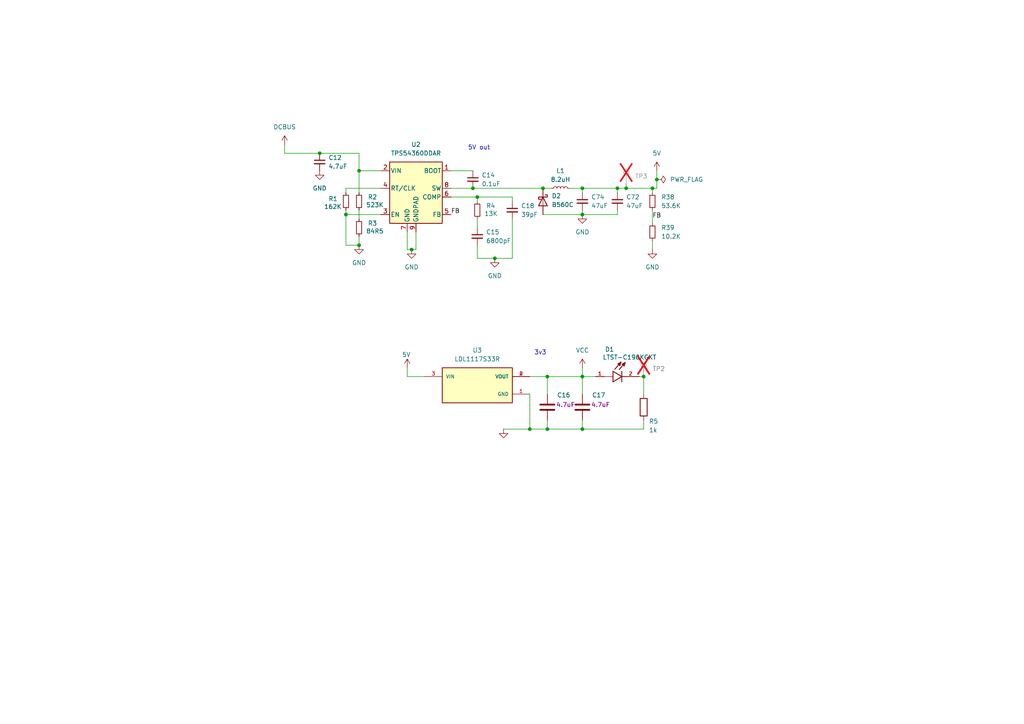
<source format=kicad_sch>
(kicad_sch (version 20231120) (generator "eeschema") (generator_version "8.0")
  (paper "A4")
  (lib_symbols
    (symbol "Connector:TestPoint" (pin_numbers hide) (pin_names (offset 0.762) hide)
      (property "Reference" "TP" (at 0 6.858 0))
      (property "Value" "TestPoint" (at 0 5.08 0))
      (symbol "TestPoint_0_1"
        (circle (center 0 3.302) (radius 0.762))
      )
      (symbol "TestPoint_1_1"
        (pin passive line (at 0 0 90) (length 2.54) (name "1") (number "1"))
      )
    )
    (symbol "Device:C" (pin_numbers hide) (pin_names (offset 0.254))
      (property "Reference" "C" (at 0.635 2.54 0))
      (property "Value" "C" (at 0.635 -2.54 0))
      (symbol "C_0_1"
        (polyline (pts (xy -2.032 -0.762) (xy 2.032 -0.762)) (stroke (width 0.508)))
        (polyline (pts (xy -2.032 0.762) (xy 2.032 0.762)) (stroke (width 0.508)))
      )
      (symbol "C_1_1"
        (pin passive line (at 0 3.81 270) (length 2.794) (name "~") (number "1"))
        (pin passive line (at 0 -3.81 90) (length 2.794) (name "~") (number "2"))
      )
    )
    (symbol "Device:C_Small" (pin_numbers hide) (pin_names (offset 0.254) hide)
      (property "Reference" "C" (at 0.254 1.778 0))
      (property "Value" "C_Small" (at 0.254 -2.032 0))
      (symbol "C_Small_0_1"
        (polyline (pts (xy -1.524 -0.508) (xy 1.524 -0.508)) (stroke (width 0.3302)))
        (polyline (pts (xy -1.524 0.508) (xy 1.524 0.508)) (stroke (width 0.3048)))
      )
      (symbol "C_Small_1_1"
        (pin passive line (at 0 2.54 270) (length 2.032) (name "~") (number "1"))
        (pin passive line (at 0 -2.54 90) (length 2.032) (name "~") (number "2"))
      )
    )
    (symbol "Device:D_Schottky" (pin_numbers hide) (pin_names (offset 1.016) hide)
      (property "Reference" "D" (at 0 2.54 0))
      (property "Value" "D_Schottky" (at 0 -2.54 0))
      (symbol "D_Schottky_0_1"
        (polyline (pts (xy 1.27 0) (xy -1.27 0)))
        (polyline (pts (xy 1.27 1.27) (xy 1.27 -1.27) (xy -1.27 0) (xy 1.27 1.27)) (stroke (width 0.254)))
        (polyline (pts (xy -1.905 0.635) (xy -1.905 1.27) (xy -1.27 1.27) (xy -1.27 -1.27) (xy -0.635 -1.27) (xy -0.635 -0.635)) (stroke (width 0.254)))
      )
      (symbol "D_Schottky_1_1"
        (pin passive line (at -3.81 0 0) (length 2.54) (name "K") (number "1"))
        (pin passive line (at 3.81 0 180) (length 2.54) (name "A") (number "2"))
      )
    )
    (symbol "Device:L_Small" (pin_numbers hide) (pin_names (offset 0.254) hide)
      (property "Reference" "L" (at 0.762 1.016 0))
      (property "Value" "L_Small" (at 0.762 -1.016 0))
      (symbol "L_Small_0_1"
        (arc (start 0 -2.032) (mid 0.5058 -1.524) (end 0 -1.016))
        (arc (start 0 -1.016) (mid 0.5058 -0.508) (end 0 0))
        (arc (start 0 0) (mid 0.5058 0.508) (end 0 1.016))
        (arc (start 0 1.016) (mid 0.5058 1.524) (end 0 2.032))
      )
      (symbol "L_Small_1_1"
        (pin passive line (at 0 2.54 270) (length 0.508) (name "~") (number "1"))
        (pin passive line (at 0 -2.54 90) (length 0.508) (name "~") (number "2"))
      )
    )
    (symbol "Device:R" (pin_numbers hide) (pin_names (offset 0))
      (property "Reference" "R" (at 2.032 0 90))
      (property "Value" "R" (at 0 0 90))
      (symbol "R_0_1"
        (rectangle (start -1.016 -2.54) (end 1.016 2.54) (stroke (width 0.254)))
      )
      (symbol "R_1_1"
        (pin passive line (at 0 3.81 270) (length 1.27) (name "~") (number "1"))
        (pin passive line (at 0 -3.81 90) (length 1.27) (name "~") (number "2"))
      )
    )
    (symbol "Device:R_Small" (pin_numbers hide) (pin_names (offset 0.254) hide)
      (property "Reference" "R" (at 0.762 0.508 0))
      (property "Value" "R_Small" (at 0.762 -1.016 0))
      (symbol "R_Small_0_1"
        (rectangle (start -0.762 1.778) (end 0.762 -1.778) (stroke (width 0.2032)))
      )
      (symbol "R_Small_1_1"
        (pin passive line (at 0 2.54 270) (length 0.762) (name "~") (number "1"))
        (pin passive line (at 0 -2.54 90) (length 0.762) (name "~") (number "2"))
      )
    )
    (symbol "LDL1117S33R:LDL1117S33R" (pin_names (offset 1.016))
      (property "Reference" "U4" (at 0 10.16 0))
      (property "Value" "LDL1117S33R" (at 0 7.62 0))
      (symbol "LDL1117S33R_0_0"
        (rectangle (start -10.16 -5.08) (end 10.16 5.08) (stroke (width 0.254)) (fill (type background)))
        (pin power_in line (at 15.24 -2.54 180) (length 5.08) (name "GND") (number "1"))
        (pin input line (at -15.24 2.54 0) (length 5.08) (name "VIN") (number "3"))
      )
      (symbol "LDL1117S33R_1_0"
        (pin power_out line (at 15.24 2.54 180) (length 5.08) (name "VOUT") (number "2"))
        (pin power_out line (at 15.24 2.54 180) (length 5.08) (name "VOUT") (number "4"))
      )
    )
    (symbol "LTST-C190KGKT:LTST-C190KGKT" (pin_names (offset 1.016))
      (property "Reference" "D3" (at -3.556 7.874 0))
      (property "Value" "LTST-C190KGKT" (at 2.286 5.588 0))
      (symbol "LTST-C190KGKT_0_0"
        (polyline (pts (xy -2.54 -1.524) (xy 0 0)) (stroke (width 0.254)))
        (polyline (pts (xy -2.54 0) (xy -5.08 0)) (stroke (width 0.1524)))
        (polyline (pts (xy -2.54 0) (xy -2.54 -1.524)) (stroke (width 0.254)))
        (polyline (pts (xy -2.54 1.524) (xy -2.54 0)) (stroke (width 0.254)))
        (polyline (pts (xy -1.1176 3.683) (xy -0.2286 4.1656)) (stroke (width 0.254)))
        (polyline (pts (xy -0.9398 3.6068) (xy -0.7112 3.7592)) (stroke (width 0.254)))
        (polyline (pts (xy -0.5588 3.2004) (xy -1.1176 3.683)) (stroke (width 0.254)))
        (polyline (pts (xy -0.5588 3.2004) (xy -0.5334 3.937)) (stroke (width 0.254)))
        (polyline (pts (xy -0.5334 3.937) (xy -0.6604 3.937)) (stroke (width 0.254)))
        (polyline (pts (xy -0.2286 4.1656) (xy -2.0066 2.1336)) (stroke (width 0.254)))
        (polyline (pts (xy -0.2286 4.1656) (xy -0.5588 3.2004)) (stroke (width 0.254)))
        (polyline (pts (xy 0 0) (xy -2.54 1.524)) (stroke (width 0.254)))
        (polyline (pts (xy 0 1.524) (xy 0 -1.524)) (stroke (width 0.254)))
        (polyline (pts (xy 0.127 3.5814) (xy 1.016 4.064)) (stroke (width 0.254)))
        (polyline (pts (xy 0.3048 3.5052) (xy 0.5334 3.6576)) (stroke (width 0.254)))
        (polyline (pts (xy 0.6858 3.0988) (xy 0.127 3.5814)) (stroke (width 0.254)))
        (polyline (pts (xy 0.6858 3.0988) (xy 0.7112 3.8354)) (stroke (width 0.254)))
        (polyline (pts (xy 0.7112 3.8354) (xy 0.5842 3.8354)) (stroke (width 0.254)))
        (polyline (pts (xy 1.016 4.064) (xy -0.762 2.032)) (stroke (width 0.254)))
        (polyline (pts (xy 1.016 4.064) (xy 0.6858 3.0988)) (stroke (width 0.254)))
      )
      (symbol "LTST-C190KGKT_1_0"
        (pin passive line (at -7.62 0 0) (length 2.54) (name "~") (number "1"))
        (pin passive line (at 5.08 0 180) (length 5.08) (name "~") (number "2"))
      )
    )
    (symbol "Regulator_Switching:TPS54360DDA" (pin_names (offset 0.254))
      (property "Reference" "U2" (at 0 12.7 0))
      (property "Value" "TPS54360DDAR" (at 0 10.16 0))
      (symbol "TPS54360DDA_0_1"
        (rectangle (start -7.62 7.62) (end 7.62 -10.16) (stroke (width 0.254)) (fill (type background)))
      )
      (symbol "TPS54360DDA_1_1"
        (pin input line (at 10.16 5.08 180) (length 2.54) (name "BOOT") (number "1"))
        (pin power_in line (at -10.16 5.08 0) (length 2.54) (name "VIN") (number "2"))
        (pin input line (at -10.16 -7.62 0) (length 2.54) (name "EN") (number "3"))
        (pin input line (at -10.16 0 0) (length 2.54) (name "RT/CLK") (number "4"))
        (pin input line (at 10.16 -7.62 180) (length 2.54) (name "FB") (number "5"))
        (pin passive line (at 10.16 -2.54 180) (length 2.54) (name "COMP") (number "6"))
        (pin power_in line (at -2.54 -12.7 90) (length 2.54) (name "GND") (number "7"))
        (pin power_out line (at 10.16 0 180) (length 2.54) (name "SW") (number "8"))
        (pin power_in line (at 0 -12.7 90) (length 2.54) (name "GNDPAD") (number "9"))
      )
    )
    (symbol "power:+48V" (power) (pin_numbers hide) (pin_names (offset 0) hide)
      (property "Value" "+48V" (at 0 3.556 0))
      (symbol "+48V_0_1"
        (polyline (pts (xy -0.762 1.27) (xy 0 2.54)))
        (polyline (pts (xy 0 0) (xy 0 2.54)))
        (polyline (pts (xy 0 2.54) (xy 0.762 1.27)))
      )
      (symbol "+48V_1_1"
        (pin power_in line (at 0 0 90) (length 0) (name "~") (number "1"))
      )
    )
    (symbol "power:+5V" (power) (pin_numbers hide) (pin_names (offset 0) hide)
      (property "Value" "+5V" (at 0 3.556 0))
      (symbol "+5V_0_1"
        (polyline (pts (xy -0.762 1.27) (xy 0 2.54)))
        (polyline (pts (xy 0 0) (xy 0 2.54)))
        (polyline (pts (xy 0 2.54) (xy 0.762 1.27)))
      )
      (symbol "+5V_1_1"
        (pin power_in line (at 0 0 90) (length 0) (name "~") (number "1"))
      )
    )
    (symbol "power:GND" (power) (pin_numbers hide) (pin_names (offset 0) hide)
      (property "Value" "GND" (at 0 -3.81 0))
      (symbol "GND_0_1"
        (polyline (pts (xy 0 0) (xy 0 -1.27) (xy 1.27 -1.27) (xy 0 -2.54) (xy -1.27 -1.27) (xy 0 -1.27)))
      )
      (symbol "GND_1_1"
        (pin power_in line (at 0 0 270) (length 0) (name "~") (number "1"))
      )
    )
    (symbol "power:PWR_FLAG" (power) (pin_numbers hide) (pin_names (offset 0) hide)
      (property "Value" "PWR_FLAG" (at 0 3.81 0))
      (symbol "PWR_FLAG_0_0"
        (pin power_out line (at 0 0 90) (length 0) (name "~") (number "1"))
      )
      (symbol "PWR_FLAG_0_1"
        (polyline (pts (xy 0 0) (xy 0 1.27) (xy -1.016 1.905) (xy 0 2.54) (xy 1.016 1.905) (xy 0 1.27)))
      )
    )
    (symbol "power:VCC" (power) (pin_numbers hide) (pin_names (offset 0) hide)
      (property "Value" "VCC" (at 0 3.556 0))
      (symbol "VCC_0_1"
        (polyline (pts (xy -0.762 1.27) (xy 0 2.54)))
        (polyline (pts (xy 0 0) (xy 0 2.54)))
        (polyline (pts (xy 0 2.54) (xy 0.762 1.27)))
      )
      (symbol "VCC_1_1"
        (pin power_in line (at 0 0 90) (length 0) (name "~") (number "1"))
      )
    )
  )
  (junction (at 104.14 71.12))
  (junction (at 190.5 52.07))
  (junction (at 100.33 62.23))
  (junction (at 186.69 109.22))
  (junction (at 168.91 54.61))
  (junction (at 158.75 109.22))
  (junction (at 157.48 54.61))
  (junction (at 168.91 124.46))
  (junction (at 137.16 54.61))
  (junction (at 143.51 74.93))
  (junction (at 189.23 54.61))
  (junction (at 168.91 109.22))
  (junction (at 181.61 54.61))
  (junction (at 168.91 62.23))
  (junction (at 92.71 44.45))
  (junction (at 158.75 124.46))
  (junction (at 153.67 124.46))
  (junction (at 138.43 57.15))
  (junction (at 104.14 49.53))
  (junction (at 179.07 54.61))
  (junction (at 119.38 72.39))
  (wire (pts (xy 100.33 60.96) (xy 100.33 62.23)))
  (wire (pts (xy 104.14 71.12) (xy 104.14 68.58)))
  (wire (pts (xy 189.23 60.96) (xy 189.23 64.77)))
  (wire (pts (xy 189.23 54.61) (xy 189.23 55.88)))
  (wire (pts (xy 157.48 54.61) (xy 160.02 54.61)))
  (wire (pts (xy 138.43 74.93) (xy 138.43 71.12)))
  (wire (pts (xy 100.33 71.12) (xy 104.14 71.12)))
  (wire (pts (xy 100.33 62.23) (xy 110.49 62.23)))
  (wire (pts (xy 157.48 62.23) (xy 168.91 62.23)))
  (wire (pts (xy 153.67 114.3) (xy 153.67 124.46)))
  (wire (pts (xy 186.69 109.22) (xy 186.69 114.3)))
  (wire (pts (xy 137.16 54.61) (xy 157.48 54.61)))
  (wire (pts (xy 168.91 124.46) (xy 168.91 121.92)))
  (wire (pts (xy 179.07 62.23) (xy 179.07 60.96)))
  (wire (pts (xy 148.59 74.93) (xy 143.51 74.93)))
  (wire (pts (xy 158.75 124.46) (xy 168.91 124.46)))
  (wire (pts (xy 148.59 57.15) (xy 148.59 58.42)))
  (wire (pts (xy 190.5 54.61) (xy 189.23 54.61)))
  (wire (pts (xy 104.14 49.53) (xy 110.49 49.53)))
  (wire (pts (xy 92.71 44.45) (xy 104.14 44.45)))
  (wire (pts (xy 100.33 62.23) (xy 100.33 71.12)))
  (wire (pts (xy 168.91 54.61) (xy 168.91 55.88)))
  (wire (pts (xy 118.11 72.39) (xy 119.38 72.39)))
  (wire (pts (xy 168.91 62.23) (xy 179.07 62.23)))
  (wire (pts (xy 104.14 55.88) (xy 104.14 49.53)))
  (wire (pts (xy 190.5 52.07) (xy 190.5 54.61)))
  (wire (pts (xy 168.91 114.3) (xy 168.91 109.22)))
  (wire (pts (xy 130.81 57.15) (xy 138.43 57.15)))
  (wire (pts (xy 130.81 54.61) (xy 137.16 54.61)))
  (wire (pts (xy 189.23 69.85) (xy 189.23 72.39)))
  (wire (pts (xy 168.91 109.22) (xy 168.91 106.68)))
  (wire (pts (xy 123.19 109.22) (xy 118.11 109.22)))
  (wire (pts (xy 168.91 109.22) (xy 172.72 109.22)))
  (wire (pts (xy 158.75 121.92) (xy 158.75 124.46)))
  (wire (pts (xy 138.43 57.15) (xy 148.59 57.15)))
  (wire (pts (xy 146.05 124.46) (xy 153.67 124.46)))
  (wire (pts (xy 181.61 54.61) (xy 189.23 54.61)))
  (wire (pts (xy 179.07 54.61) (xy 179.07 55.88)))
  (wire (pts (xy 100.33 54.61) (xy 100.33 55.88)))
  (wire (pts (xy 82.55 41.91) (xy 82.55 44.45)))
  (wire (pts (xy 158.75 109.22) (xy 168.91 109.22)))
  (wire (pts (xy 148.59 63.5) (xy 148.59 74.93)))
  (wire (pts (xy 120.65 72.39) (xy 119.38 72.39)))
  (wire (pts (xy 130.81 49.53) (xy 137.16 49.53)))
  (wire (pts (xy 181.61 53.34) (xy 181.61 54.61)))
  (wire (pts (xy 179.07 54.61) (xy 181.61 54.61)))
  (wire (pts (xy 186.69 121.92) (xy 186.69 124.46)))
  (wire (pts (xy 120.65 67.31) (xy 120.65 72.39)))
  (wire (pts (xy 190.5 49.53) (xy 190.5 52.07)))
  (wire (pts (xy 143.51 74.93) (xy 138.43 74.93)))
  (wire (pts (xy 104.14 44.45) (xy 104.14 49.53)))
  (wire (pts (xy 168.91 60.96) (xy 168.91 62.23)))
  (wire (pts (xy 100.33 54.61) (xy 110.49 54.61)))
  (wire (pts (xy 118.11 109.22) (xy 118.11 106.68)))
  (wire (pts (xy 158.75 109.22) (xy 158.75 114.3)))
  (wire (pts (xy 138.43 57.15) (xy 138.43 58.42)))
  (wire (pts (xy 165.1 54.61) (xy 168.91 54.61)))
  (wire (pts (xy 104.14 60.96) (xy 104.14 63.5)))
  (wire (pts (xy 82.55 44.45) (xy 92.71 44.45)))
  (wire (pts (xy 118.11 67.31) (xy 118.11 72.39)))
  (wire (pts (xy 168.91 54.61) (xy 179.07 54.61)))
  (wire (pts (xy 138.43 63.5) (xy 138.43 66.04)))
  (wire (pts (xy 153.67 109.22) (xy 158.75 109.22)))
  (wire (pts (xy 186.69 124.46) (xy 168.91 124.46)))
  (wire (pts (xy 153.67 124.46) (xy 158.75 124.46)))
  (wire (pts (xy 185.42 109.22) (xy 186.69 109.22)))
  (text "3v3" (at 156.718 102.362 0) (effects (font (size 1.27 1.27))))
  (text "5V out" (at 138.938 42.926 0) (effects (font (size 1.27 1.27))))
  (label "FB" (at 130.81 62.23 0))
  (label "FB" (at 189.23 63.5 0))
  (symbol (lib_id "power:VCC") (at 168.91 106.68 0) (unit 1)
    (property "Reference" "#PWR015" (effects (hide yes)))
    (property "Value" "VCC" (at 168.91 101.6 0))
    (property "Description" "Power symbol creates a global label with name \"VCC\"" (effects (hide yes)))
  )
  (symbol (lib_id "power:+5V") (at 118.11 106.68 0) (unit 1)
    (property "Reference" "#PWR011" (effects (hide yes)))
    (property "Value" "5V" (at 117.856 102.87 0))
  )
  (symbol (lib_id "power:GND") (at 189.23 72.39 0) (unit 1)
    (property "Reference" "#PWR010" (effects (hide yes)))
    (property "Value" "GND" (at 189.23 77.47 0))
    (property "Description" "Power symbol creates a global label with name \"GND\" , ground" (effects (hide yes)))
  )
  (symbol (lib_id "power:+5V") (at 190.5 49.53 0) (unit 1)
    (property "Reference" "#PWR012" (effects (hide yes)))
    (property "Value" "5V" (at 190.5 44.45 0))
    (property "Description" "Power symbol creates a global label with name \"+5V\"" (effects (hide yes)))
  )
  (symbol (lib_id "LTST-C190KGKT:LTST-C190KGKT") (at 180.34 109.22 0) (unit 1)
    (property "Reference" "D1" (at 176.784 101.346 0))
    (property "Value" "LTST-C190KGKT" (at 182.626 103.632 0))
    (property "Footprint" "Diode_SMD:D_0603_1608Metric" (effects (hide yes)))
    (property "MF" "Lite-On Inc." (effects (hide yes)))
    (property "Description_1" "\nGreen 571nm LED Indication - Discrete 2V 0603 (1608 Metric)\n" (effects (hide yes)))
    (property "Package" "0603 Lite-On" (effects (hide yes)))
    (property "Price" "None" (effects (hide yes)))
    (property "SnapEDA_Link" "https://www.snapeda.com/parts/LTST-C190KGKT/Lite-On+Inc./view-part/?ref=snap" (effects (hide yes)))
    (property "MP" "LTST-C190KGKT" (effects (hide yes)))
    (property "Availability" "In Stock" (effects (hide yes)))
    (property "Check_prices" "https://www.snapeda.com/parts/LTST-C190KGKT/Lite-On+Inc./view-part/?ref=eda" (effects (hide yes)))
    (property "LCSC Part #" "C125094" (effects (hide yes)))
  )
  (symbol (lib_id "Device:R_Small") (at 104.14 66.04 0) (unit 1)
    (property "Reference" "R3" (at 106.68 64.77 0) (effects (justify left)))
    (property "Value" "84R5" (at 106.172 67.056 0) (effects (justify left)))
    (property "Footprint" "Resistor_SMD:R_0603_1608Metric" (effects (hide yes)))
    (property "Description" "Resistor, small symbol" (effects (hide yes)))
    (property "LCSC Part #" " C334834" (effects (hide yes)))
  )
  (symbol (lib_id "Connector:TestPoint") (at 186.69 109.22 0) (unit 1) (dnp yes)
    (property "Reference" "TP2" (at 189.23 107.696 0) (effects (justify left bottom)))
    (property "Value" "TESTPOINT" (effects (hide yes)))
    (property "Footprint" "TestPoint:TestPoint_Pad_1.0x1.0mm" (effects (hide yes)))
    (property "Description" "SMD test pin" (effects (hide yes)))
  )
  (symbol (lib_id "Regulator_Switching:TPS54360DDA") (at 120.65 54.61 0) (unit 1)
    (property "Reference" "U2" (at 120.65 41.91 0))
    (property "Value" "TPS54360DDAR" (at 120.65 44.45 0))
    (property "Footprint" "Package_SO:TI_SO-PowerPAD-8_ThermalVias" (effects (hide yes)))
    (property "Datasheet" "http://www.ti.com/lit/ds/symlink/tps54360.pdf" (effects (hide yes)))
    (property "Description" "3.5A, Step Down DC-DC Converter with Eco-mode, 4.5-60V Input Voltage, PowerSO-8" (effects (hide yes)))
    (property "LCSC Part #" "C524806" (effects (hide yes)))
    (property "LCSC Part #" "C524806" (effects (hide yes)))
  )
  (symbol (lib_id "Device:C_Small") (at 137.16 52.07 0) (unit 1)
    (property "Reference" "C14" (at 139.7 50.8062 0) (effects (justify left)))
    (property "Value" "0.1uF" (at 139.7 53.3462 0) (effects (justify left)))
    (property "Footprint" "Capacitor_SMD:C_0402_1005Metric" (effects (hide yes)))
    (property "Description" "Unpolarized capacitor, small symbol" (effects (hide yes)))
    (property "LCSC Part #" " C105883" (effects (hide yes)))
  )
  (symbol (lib_id "Device:C") (at 158.75 118.11 0) (unit 1)
    (property "Reference" "C16" (at 161.544 115.316 0) (effects (justify left bottom)))
    (property "Value" "4.7uF" (effects (hide yes)))
    (property "Footprint" "Capacitor_SMD:C_0805_2012Metric" (effects (hide yes)))
    (property "Description" "CAP CER 4.7UF 35V X5R 0805" (effects (hide yes)))
    (property "SUPPLIER 1" "Digi-Key" (effects (hide yes)))
    (property "SUPPLIER PART NUMBER 1" "490-7208-2-ND" (effects (hide yes)))
    (property "MANUFACTURER" "Murata Electronics North America" (effects (hide yes)))
    (property "ROHS" "RoHS Compliant" (effects (hide yes)))
    (property "CATEGORY" "Capacitors" (effects (hide yes)))
    (property "PRICING 1" "4000=0.05126, 8000=0.0487, 12000=0.04613 (USD)" (effects (hide yes)))
    (property "PACKAGING" "Tape & Reel (TR)" (effects (hide yes)))
    (property "PART STATUS" "Active" (effects (hide yes)))
    (property "TOLERANCE" "±10%" (effects (hide yes)))
    (property "VOLTAGE - RATED" "35V" (effects (hide yes)))
    (property "TEMPERATURE COEFFICIENT" "X5R" (effects (hide yes)))
    (property "OPERATING TEMPERATURE" "-55°C ~ 85°C" (effects (hide yes)))
    (property "FEATURES" "Derating Recommended" (effects (hide yes)))
    (property "RATINGS" "-" (effects (hide yes)))
    (property "APPLICATIONS" "General Purpose" (effects (hide yes)))
    (property "MOUNTING TYPE" "Surface Mount, MLCC" (effects (hide yes)))
    (property "PACKAGE / CASE" "0805 (2012 Metric)" (effects (hide yes)))
    (property "SIZE / DIMENSION" "0.079\" L x 0.049\" W (2.01mm x 1.25mm)" (effects (hide yes)))
    (property "HEIGHT - SEATED (MAX)" "-" (effects (hide yes)))
    (property "THICKNESS (MAX)" "0.037\" (0.95mm)" (effects (hide yes)))
    (property "LEAD SPACING" "-" (effects (hide yes)))
    (property "LEAD STYLE" "-" (effects (hide yes)))
    (property "COMPONENTLINK1URL" "http://www.murata.com/~/media/webrenewal/support/library/catalog/products/capacitor/mlcc/c02e.ashx?la=en-us" (effects (hide yes)))
    (property "COMPONENTLINK1DESCRIPTION" "http://www.murata.com/~/media/webrenewal/support/library/catalog/products/capacitor/mlcc/c02e.ashx?la=en-us" (effects (hide yes)))
    (property "SUPPLIER 2" "Digi-Key" (effects (hide yes)))
    (property "SUPPLIER PART NUMBER 2" "490-7208-1-ND" (effects (hide yes)))
    (property "PRICING 2" "1=0.26, 10=0.177, 100=0.1002, 500=0.07076, 1000=0.06191 (USD)" (effects (hide yes)))
    (property "ALTIUM_VALUE" "4.7uF" (at 161.29 118.11 0) (effects (justify left bottom)))
    (property "STOCK" "152000" (effects (hide yes)))
    (property "MANUFACTURER PART NUMBER" "GRM219R6YA475KA73D" (effects (hide yes)))
    (property "LCSC Part #" "C913498" (effects (hide yes)))
    (property "LCSC Part #" "C913498" (effects (hide yes)))
  )
  (symbol (lib_id "power:PWR_FLAG") (at 190.5 52.07 270) (unit 1)
    (property "Reference" "#FLG04" (effects (hide yes)))
    (property "Value" "PWR_FLAG" (at 194.31 52.0699 90) (effects (justify left)))
    (property "Description" "Special symbol for telling ERC where power comes from" (effects (hide yes)))
  )
  (symbol (lib_id "Device:C_Small") (at 138.43 68.58 0) (unit 1)
    (property "Reference" "C15" (at 140.97 67.3162 0) (effects (justify left)))
    (property "Value" "6800pF" (at 140.97 69.8562 0) (effects (justify left)))
    (property "Footprint" "Capacitor_SMD:C_0402_1005Metric" (effects (hide yes)))
    (property "Description" "Unpolarized capacitor, small symbol" (effects (hide yes)))
    (property "LCSC Part #" "C93654" (effects (hide yes)))
  )
  (symbol (lib_id "Device:C_Small") (at 179.07 58.42 0) (unit 1)
    (property "Reference" "C72" (at 181.61 57.1562 0) (effects (justify left)))
    (property "Value" "47uF" (at 181.61 59.6962 0) (effects (justify left)))
    (property "Footprint" "Capacitor_SMD:C_0805_2012Metric" (effects (hide yes)))
    (property "Description" "Unpolarized capacitor, small symbol" (effects (hide yes)))
    (property "LCSC Part #" "C178332" (effects (hide yes)))
  )
  (symbol (lib_id "Device:C_Small") (at 148.59 60.96 0) (unit 1)
    (property "Reference" "C18" (at 151.13 59.6962 0) (effects (justify left)))
    (property "Value" "39pF" (at 151.13 62.2362 0) (effects (justify left)))
    (property "Footprint" "Capacitor_SMD:C_0402_1005Metric" (effects (hide yes)))
    (property "Description" "Unpolarized capacitor, small symbol" (effects (hide yes)))
    (property "LCSC Part #" "C147447" (effects (hide yes)))
  )
  (symbol (lib_id "power:+48V") (at 82.55 41.91 0) (unit 1)
    (property "Reference" "#PWR03" (effects (hide yes)))
    (property "Value" "DCBUS" (at 82.55 36.83 0))
    (property "Description" "Power symbol creates a global label with name \"+48V\"" (effects (hide yes)))
  )
  (symbol (lib_id "Device:R_Small") (at 104.14 58.42 0) (unit 1)
    (property "Reference" "R2" (at 106.68 57.15 0) (effects (justify left)))
    (property "Value" "523K" (at 106.172 59.436 0) (effects (justify left)))
    (property "Footprint" "Resistor_SMD:R_0402_1005Metric" (effects (hide yes)))
    (property "Description" "Resistor, small symbol" (effects (hide yes)))
    (property "LCSC Part #" " C327338" (effects (hide yes)))
  )
  (symbol (lib_id "power:GND") (at 119.38 72.39 0) (unit 1)
    (property "Reference" "#PWR07" (effects (hide yes)))
    (property "Value" "GND" (at 119.38 77.47 0))
    (property "Description" "Power symbol creates a global label with name \"GND\" , ground" (effects (hide yes)))
  )
  (symbol (lib_id "power:GND") (at 92.71 49.53 0) (unit 1)
    (property "Reference" "#PWR04" (effects (hide yes)))
    (property "Value" "GND" (at 92.71 54.61 0))
    (property "Description" "Power symbol creates a global label with name \"GND\" , ground" (effects (hide yes)))
  )
  (symbol (lib_id "Device:C_Small") (at 92.71 46.99 0) (unit 1)
    (property "Reference" "C12" (at 95.25 45.7262 0) (effects (justify left)))
    (property "Value" "4.7uF" (at 95.25 48.2662 0) (effects (justify left)))
    (property "Footprint" "Capacitor_SMD:C_1210_3225Metric" (effects (hide yes)))
    (property "Description" "Unpolarized capacitor, small symbol" (effects (hide yes)))
    (property "LCSC Part #" "C6120033" (effects (hide yes)))
  )
  (symbol (lib_id "Device:D_Schottky") (at 157.48 58.42 270) (unit 1)
    (property "Reference" "D2" (at 160.02 56.8324 90) (effects (justify left)))
    (property "Value" "B560C" (at 160.02 59.3724 90) (effects (justify left)))
    (property "Footprint" "Diode_SMD:D_SMC" (effects (hide yes)))
    (property "Description" "Schottky diode" (effects (hide yes)))
    (property "LCSC Part #" "C85100" (effects (hide yes)))
  )
  (symbol (lib_id "Device:R_Small") (at 189.23 67.31 0) (unit 1)
    (property "Reference" "R39" (at 191.77 66.0399 0) (effects (justify left)))
    (property "Value" "10.2K" (at 191.77 68.5799 0) (effects (justify left)))
    (property "Footprint" "Resistor_SMD:R_0402_1005Metric" (effects (hide yes)))
    (property "Description" "Resistor, small symbol" (effects (hide yes)))
    (property "LCSC Part #" "C321256" (effects (hide yes)))
  )
  (symbol (lib_id "power:GND") (at 168.91 62.23 0) (unit 1)
    (property "Reference" "#PWR09" (effects (hide yes)))
    (property "Value" "GND" (at 168.91 67.31 0))
    (property "Description" "Power symbol creates a global label with name \"GND\" , ground" (effects (hide yes)))
  )
  (symbol (lib_id "Device:L_Small") (at 162.56 54.61 90) (unit 1)
    (property "Reference" "L1" (at 162.56 49.53 90))
    (property "Value" "8.2uH" (at 162.56 52.07 90))
    (property "Footprint" "Inductor_SMD:L_Sunlord_MWSA0603S" (effects (hide yes)))
    (property "Description" "Inductor, small symbol" (effects (hide yes)))
    (property "LCSC Part #" "C408450" (effects (hide yes)))
  )
  (symbol (lib_id "LDL1117S33R:LDL1117S33R") (at 138.43 111.76 0) (unit 1)
    (property "Reference" "U3" (at 138.43 101.6 0))
    (property "Value" "LDL1117S33R" (at 138.43 104.14 0))
    (property "Footprint" "Package_TO_SOT_SMD:SOT-223" (effects (hide yes)))
    (property "MF" "STMicroelectronics" (effects (hide yes)))
    (property "MAXIMUM_PACKAGE_HEIGHT" "1.8 mm" (effects (hide yes)))
    (property "Package" "SOT-223 STMicroelectronics" (effects (hide yes)))
    (property "Price" "None" (effects (hide yes)))
    (property "Check_prices" "https://www.snapeda.com/parts/LDL1117S33R/STMicroelectronics/view-part/?ref=eda" (effects (hide yes)))
    (property "STANDARD" "IPC 7351B" (effects (hide yes)))
    (property "PARTREV" "7" (effects (hide yes)))
    (property "SnapEDA_Link" "https://www.snapeda.com/parts/LDL1117S33R/STMicroelectronics/view-part/?ref=snap" (effects (hide yes)))
    (property "MP" "LDL1117S33R" (effects (hide yes)))
    (property "Description_1" "\nLinear Voltage Regulator IC Positive Fixed 1 Output 1.2A SOT-223\n" (effects (hide yes)))
    (property "SNAPEDA_PN" "LDL1117S33R" (effects (hide yes)))
    (property "Availability" "In Stock" (effects (hide yes)))
    (property "MANUFACTURER" "STMicroelectronics" (effects (hide yes)))
    (property "LCSC Part #" "C435835" (effects (hide yes)))
    (property "LCSC Part #" "C435835" (effects (hide yes)))
  )
  (symbol (lib_id "Device:R") (at 186.69 118.11 0) (unit 1)
    (property "Reference" "R5" (at 188.214 122.936 0) (effects (justify left bottom)))
    (property "Value" "1k" (at 188.214 125.476 0) (effects (justify left bottom)))
    (property "Footprint" "Resistor_SMD:R_0603_1608Metric" (effects (hide yes)))
    (property "Description" "RES SMD 1K OHM 1% 1/10W 0603" (effects (hide yes)))
    (property "SUPPLIER 1" "Digi-Key" (effects (hide yes)))
    (property "SUPPLIER PART NUMBER 1" "311-1.00KHRCT-ND" (effects (hide yes)))
    (property "MANUFACTURER" "Yageo" (effects (hide yes)))
    (property "ROHS" "RoHS Compliant" (effects (hide yes)))
    (property "CATEGORY" "Resistors" (effects (hide yes)))
    (property "STOCK 1" "6734836" (effects (hide yes)))
    (property "PRICING 1" "1=0.1, 10=0.014, 25=0.01, 100=0.0057, 250=0.00436, 500=0.00348, 1000=0.00257, 2500=0.00223 (USD)" (effects (hide yes)))
    (property "PACKAGING" "Cut Tape (CT)" (effects (hide yes)))
    (property "TOLERANCE" "±1%" (effects (hide yes)))
    (property "POWER (WATTS)" "0.1W, 1/10W" (effects (hide yes)))
    (property "COMPOSITION" "Thick Film" (effects (hide yes)))
    (property "FEATURES" "Moisture Resistant" (effects (hide yes)))
    (property "TEMPERATURE COEFFICIENT" "±100ppm/°C" (effects (hide yes)))
    (property "OPERATING TEMPERATURE" "-55°C ~ 155°C" (effects (hide yes)))
    (property "PACKAGE / CASE" "0603 (1608 Metric)" (effects (hide yes)))
    (property "SUPPLIER DEVICE PACKAGE" "0603" (effects (hide yes)))
    (property "SIZE / DIMENSION" "0.063\" L x 0.031\" W (1.60mm x 0.80mm)" (effects (hide yes)))
    (property "HEIGHT" "0.022\" (0.55mm)" (effects (hide yes)))
    (property "NUMBER OF TERMINATIONS" "2" (effects (hide yes)))
    (property "COMPONENTLINK1URL" "http://www.yageo.com/documents/recent/PYu-RC_Group_51_RoHS_L_04.pdf" (effects (hide yes)))
    (property "COMPONENTLINK1DESCRIPTION" "http://www.yageo.com/documents/recent/PYu-RC_Group_51_RoHS_L_04.pdf" (effects (hide yes)))
    (property "MANUFACTURER PART NUMBER" "RC0603FR-071KL" (effects (hide yes)))
    (property "RESISTANCE (OHMS)" "1k" (effects (hide yes)))
    (property "LCSC Part #" "C22548" (effects (hide yes)))
    (property "LCSC Part #" "C22548" (effects (hide yes)))
  )
  (symbol (lib_id "power:GND") (at 143.51 74.93 0) (unit 1)
    (property "Reference" "#PWR08" (effects (hide yes)))
    (property "Value" "GND" (at 143.51 80.01 0))
    (property "Description" "Power symbol creates a global label with name \"GND\" , ground" (effects (hide yes)))
  )
  (symbol (lib_id "Connector:TestPoint") (at 181.61 53.34 0) (unit 1) (dnp yes)
    (property "Reference" "TP3" (at 184.15 51.816 0) (effects (justify left bottom)))
    (property "Value" "TESTPOINT" (effects (hide yes)))
    (property "Footprint" "TestPoint:TestPoint_Pad_1.0x1.0mm" (effects (hide yes)))
    (property "Description" "SMD test pin" (effects (hide yes)))
  )
  (symbol (lib_id "Device:R_Small") (at 138.43 60.96 0) (unit 1)
    (property "Reference" "R4" (at 140.97 59.69 0) (effects (justify left)))
    (property "Value" "13K" (at 140.462 61.976 0) (effects (justify left)))
    (property "Footprint" "Resistor_SMD:R_0402_1005Metric" (effects (hide yes)))
    (property "Description" "Resistor, small symbol" (effects (hide yes)))
    (property "LCSC Part #" "C310197" (effects (hide yes)))
  )
  (symbol (lib_id "Device:R_Small") (at 100.33 58.42 0) (unit 1)
    (property "Reference" "R1" (at 95.25 57.658 0) (effects (justify left)))
    (property "Value" "162K" (at 93.98 59.944 0) (effects (justify left)))
    (property "Footprint" "Resistor_SMD:R_0603_1608Metric" (effects (hide yes)))
    (property "Description" "Resistor, small symbol" (effects (hide yes)))
    (property "LCSC Part #" " C227450" (effects (hide yes)))
  )
  (symbol (lib_id "power:GND") (at 146.05 124.46 0) (unit 1)
    (property "Reference" "#PWR014" (effects (hide yes)))
    (property "Value" "GND" (effects (hide yes)))
  )
  (symbol (lib_id "power:GND") (at 104.14 71.12 0) (unit 1)
    (property "Reference" "#PWR06" (effects (hide yes)))
    (property "Value" "GND" (at 104.14 76.2 0))
    (property "Description" "Power symbol creates a global label with name \"GND\" , ground" (effects (hide yes)))
  )
  (symbol (lib_id "Device:C_Small") (at 168.91 58.42 0) (unit 1)
    (property "Reference" "C74" (at 171.45 57.1562 0) (effects (justify left)))
    (property "Value" "47uF" (at 171.45 59.6962 0) (effects (justify left)))
    (property "Footprint" "Capacitor_SMD:C_0805_2012Metric" (effects (hide yes)))
    (property "Description" "Unpolarized capacitor, small symbol" (effects (hide yes)))
    (property "LCSC Part #" "C178332" (effects (hide yes)))
  )
  (symbol (lib_id "Device:R_Small") (at 189.23 58.42 0) (unit 1)
    (property "Reference" "R38" (at 191.77 57.1499 0) (effects (justify left)))
    (property "Value" "53.6K" (at 191.77 59.6899 0) (effects (justify left)))
    (property "Footprint" "Resistor_SMD:R_0603_1608Metric" (effects (hide yes)))
    (property "Description" "Resistor, small symbol" (effects (hide yes)))
    (property "LCSC Part #" "C177851" (effects (hide yes)))
  )
  (symbol (lib_id "Device:C") (at 168.91 118.11 0) (unit 1)
    (property "Reference" "C17" (at 171.704 115.316 0) (effects (justify left bottom)))
    (property "Value" "4.7uF" (effects (hide yes)))
    (property "Footprint" "Capacitor_SMD:C_0805_2012Metric" (effects (hide yes)))
    (property "Description" "CAP CER 4.7UF 35V X5R 0805" (effects (hide yes)))
    (property "SUPPLIER 1" "Digi-Key" (effects (hide yes)))
    (property "SUPPLIER PART NUMBER 1" "490-7208-2-ND" (effects (hide yes)))
    (property "MANUFACTURER" "Murata Electronics North America" (effects (hide yes)))
    (property "ROHS" "RoHS Compliant" (effects (hide yes)))
    (property "CATEGORY" "Capacitors" (effects (hide yes)))
    (property "PRICING 1" "4000=0.05126, 8000=0.0487, 12000=0.04613 (USD)" (effects (hide yes)))
    (property "PACKAGING" "Tape & Reel (TR)" (effects (hide yes)))
    (property "PART STATUS" "Active" (effects (hide yes)))
    (property "TOLERANCE" "±10%" (effects (hide yes)))
    (property "VOLTAGE - RATED" "35V" (effects (hide yes)))
    (property "TEMPERATURE COEFFICIENT" "X5R" (effects (hide yes)))
    (property "OPERATING TEMPERATURE" "-55°C ~ 85°C" (effects (hide yes)))
    (property "FEATURES" "Derating Recommended" (effects (hide yes)))
    (property "RATINGS" "-" (effects (hide yes)))
    (property "APPLICATIONS" "General Purpose" (effects (hide yes)))
    (property "MOUNTING TYPE" "Surface Mount, MLCC" (effects (hide yes)))
    (property "PACKAGE / CASE" "0805 (2012 Metric)" (effects (hide yes)))
    (property "SIZE / DIMENSION" "0.079\" L x 0.049\" W (2.01mm x 1.25mm)" (effects (hide yes)))
    (property "HEIGHT - SEATED (MAX)" "-" (effects (hide yes)))
    (property "THICKNESS (MAX)" "0.037\" (0.95mm)" (effects (hide yes)))
    (property "LEAD SPACING" "-" (effects (hide yes)))
    (property "LEAD STYLE" "-" (effects (hide yes)))
    (property "COMPONENTLINK1URL" "http://www.murata.com/~/media/webrenewal/support/library/catalog/products/capacitor/mlcc/c02e.ashx?la=en-us" (effects (hide yes)))
    (property "COMPONENTLINK1DESCRIPTION" "http://www.murata.com/~/media/webrenewal/support/library/catalog/products/capacitor/mlcc/c02e.ashx?la=en-us" (effects (hide yes)))
    (property "SUPPLIER 2" "Digi-Key" (effects (hide yes)))
    (property "SUPPLIER PART NUMBER 2" "490-7208-1-ND" (effects (hide yes)))
    (property "PRICING 2" "1=0.26, 10=0.177, 100=0.1002, 500=0.07076, 1000=0.06191 (USD)" (effects (hide yes)))
    (property "ALTIUM_VALUE" "4.7uF" (at 171.45 118.11 0) (effects (justify left bottom)))
    (property "STOCK" "152000" (effects (hide yes)))
    (property "MANUFACTURER PART NUMBER" "GRM219R6YA475KA73D" (effects (hide yes)))
    (property "LCSC Part #" "C913498" (effects (hide yes)))
    (property "LCSC Part #" "C913498" (effects (hide yes)))
  )
)
</source>
